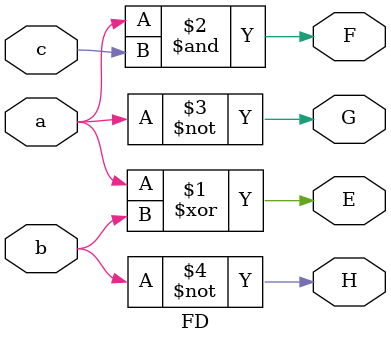
<source format=v>
module FD (a, b, c, E, F, G, H);
	input a, b, c;
	output E, F, G, H;
  assign E = a ^ b;
  assign F = a & c;
  assign G = ~ a;
  assign H = ~ b;
endmodule
// end of Verilog code


</source>
